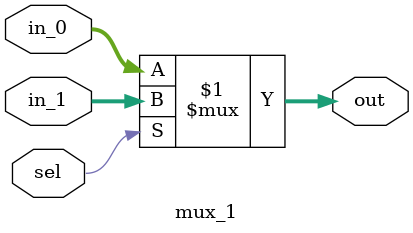
<source format=v>
module mux_1 (
    input wire [31:0] in_0,  // Primera entrada de 32 bits
    input wire [31:0] in_1,  // Segunda entrada de 32 bits
    input wire sel,           // Señal de selección
    output wire [31:0] out    // Salida de 32 bits
);

    assign out = (sel) ? in_1 : in_0;  // Selecciona in_1 si sel es 1, de lo contrario selecciona in_0

endmodule

</source>
